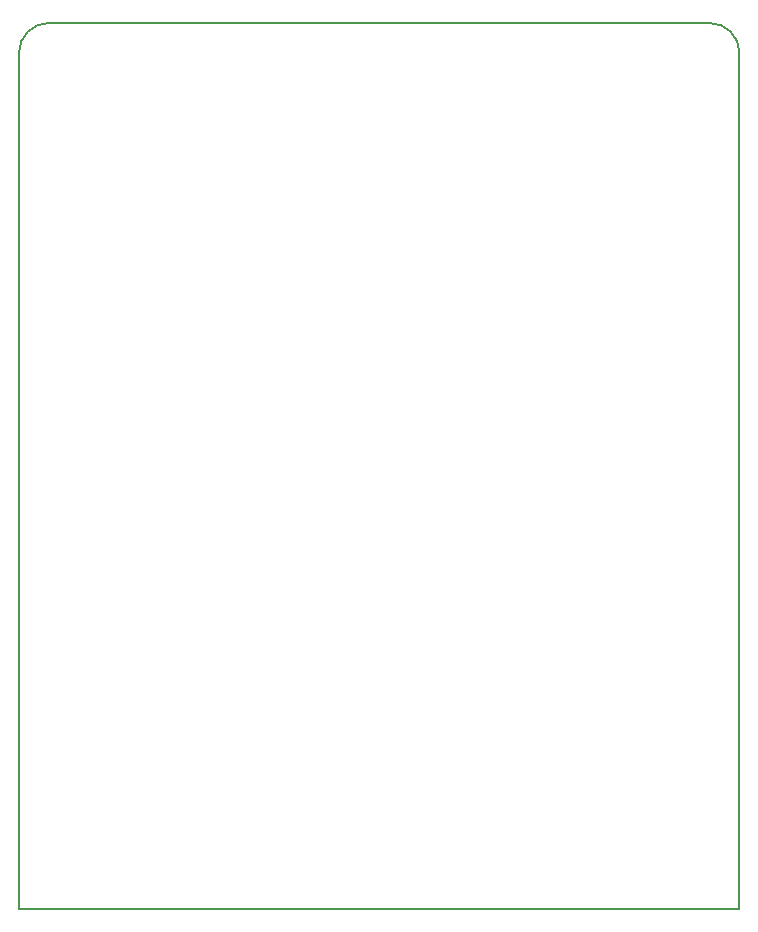
<source format=gm1>
G04 #@! TF.GenerationSoftware,KiCad,Pcbnew,5.0.2-bee76a0~70~ubuntu18.04.1*
G04 #@! TF.CreationDate,2019-01-09T05:41:56+01:00*
G04 #@! TF.ProjectId,IGM400,49474d34-3030-42e6-9b69-6361645f7063,rev?*
G04 #@! TF.SameCoordinates,Original*
G04 #@! TF.FileFunction,Profile,NP*
%FSLAX46Y46*%
G04 Gerber Fmt 4.6, Leading zero omitted, Abs format (unit mm)*
G04 Created by KiCad (PCBNEW 5.0.2-bee76a0~70~ubuntu18.04.1) date Mi 09 Jan 2019 05:41:56 CET*
%MOMM*%
%LPD*%
G01*
G04 APERTURE LIST*
%ADD10C,0.150000*%
G04 APERTURE END LIST*
D10*
X110000000Y-130000000D02*
X50000000Y-130000000D01*
X49500000Y-130000000D02*
X50000000Y-130000000D01*
X49500000Y-57500000D02*
G75*
G02X52000000Y-55000000I2500000J0D01*
G01*
X108000000Y-55000000D02*
G75*
G02X110500000Y-57500000I0J-2500000D01*
G01*
X49500000Y-62000000D02*
X49500000Y-57500000D01*
X110500000Y-62000000D02*
X110500000Y-57500000D01*
X52000000Y-55000000D02*
X108000000Y-55000000D01*
X49500000Y-62000000D02*
X49500000Y-130000000D01*
X110500000Y-130000000D02*
X110500000Y-62000000D01*
X110000000Y-130000000D02*
X110500000Y-130000000D01*
M02*

</source>
